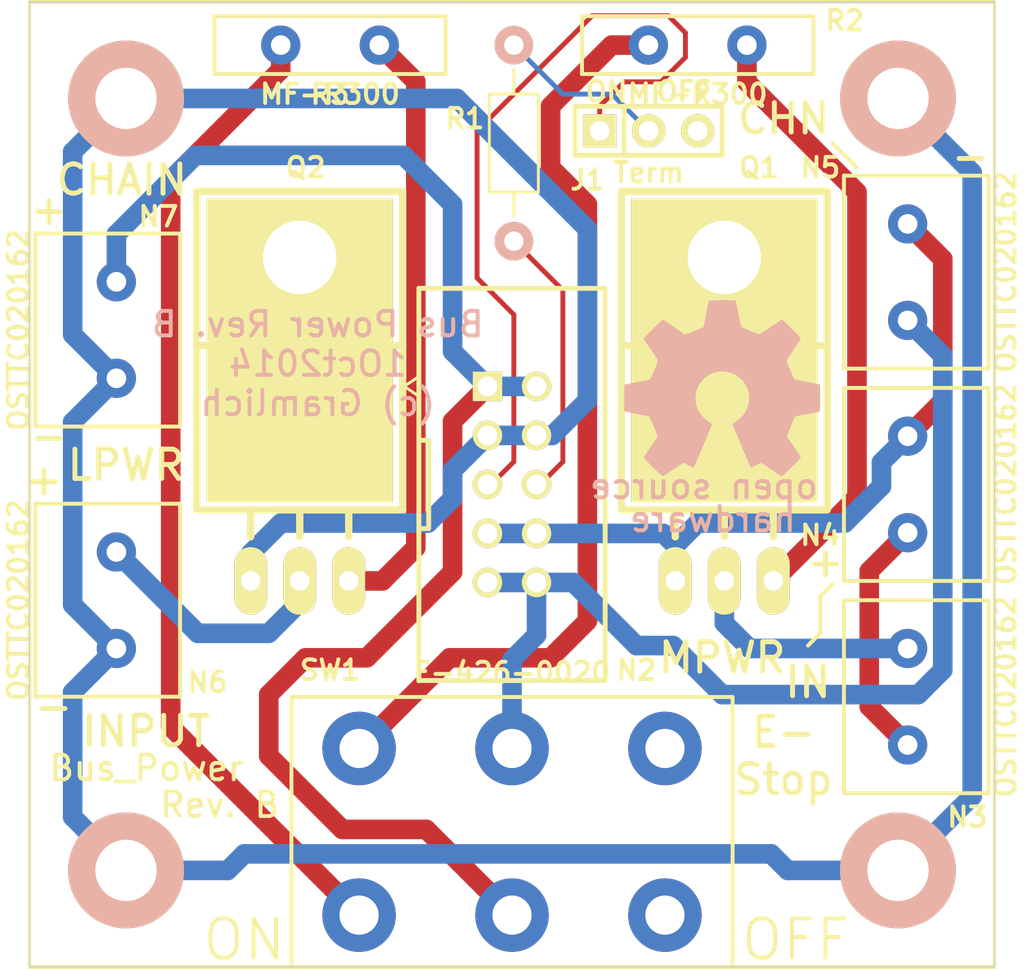
<source format=kicad_pcb>
(kicad_pcb (version 4) (host pcbnew "(2014-jul-16 BZR unknown)-product")

  (general
    (links 28)
    (no_connects 0)
    (area 93.863448 99.695 156.136552 150.3568)
    (thickness 1.6)
    (drawings 34)
    (tracks 120)
    (zones 0)
    (modules 18)
    (nets 18)
  )

  (page A4)
  (layers
    (0 F.Cu signal)
    (31 B.Cu signal)
    (32 B.Adhes user)
    (33 F.Adhes user)
    (34 B.Paste user)
    (35 F.Paste user)
    (36 B.SilkS user)
    (37 F.SilkS user)
    (38 B.Mask user)
    (39 F.Mask user)
    (40 Dwgs.User user)
    (41 Cmts.User user)
    (42 Eco1.User user)
    (43 Eco2.User user)
    (44 Edge.Cuts user)
  )

  (setup
    (last_trace_width 0.254)
    (user_trace_width 0.254)
    (user_trace_width 1.016)
    (trace_clearance 0.254)
    (zone_clearance 0.508)
    (zone_45_only no)
    (trace_min 0.254)
    (segment_width 0.2032)
    (edge_width 0.1)
    (via_size 0.889)
    (via_drill 0.635)
    (via_min_size 0.889)
    (via_min_drill 0.508)
    (uvia_size 0.508)
    (uvia_drill 0.127)
    (uvias_allowed no)
    (uvia_min_size 0.508)
    (uvia_min_drill 0.127)
    (pcb_text_width 0.3)
    (pcb_text_size 1.5 1.5)
    (mod_edge_width 0.15)
    (mod_text_size 1 1)
    (mod_text_width 0.15)
    (pad_size 1.5 1.5)
    (pad_drill 0.6)
    (pad_to_mask_clearance 0)
    (aux_axis_origin 0 0)
    (visible_elements 7FFEFFFF)
    (pcbplotparams
      (layerselection 0x010f0_80000001)
      (usegerberextensions true)
      (excludeedgelayer true)
      (linewidth 0.100000)
      (plotframeref false)
      (viasonmask false)
      (mode 1)
      (useauxorigin false)
      (hpglpennumber 1)
      (hpglpenspeed 20)
      (hpglpendiameter 15)
      (hpglpenoverlay 2)
      (psnegative false)
      (psa4output false)
      (plotreference true)
      (plotvalue false)
      (plotinvisibletext false)
      (padsonsilk false)
      (subtractmaskfromsilk false)
      (outputformat 1)
      (mirror false)
      (drillshape 0)
      (scaleselection 1)
      (outputdirectory ""))
  )

  (net 0 "")
  (net 1 /LPWR1)
  (net 2 /LPWR3)
  (net 3 /LPWR2)
  (net 4 /LPWR4)
  (net 5 /LGND)
  (net 6 "Net-(J1-Pad2)")
  (net 7 "Net-(J1-Pad3)")
  (net 8 "Net-(SW1-Pad6)")
  (net 9 "Net-(SW1-Pad3)")
  (net 10 "Net-(J1-Pad1)")
  (net 11 "Net-(N2-Pad6)")
  (net 12 /MGND)
  (net 13 /MPWR4)
  (net 14 /MPWR1)
  (net 15 /MPWR2)
  (net 16 /MPWR3)
  (net 17 /MPWR0)

  (net_class Default "This is the default net class."
    (clearance 0.254)
    (trace_width 0.254)
    (via_dia 0.889)
    (via_drill 0.635)
    (uvia_dia 0.508)
    (uvia_drill 0.127)
    (add_net "Net-(J1-Pad1)")
    (add_net "Net-(J1-Pad2)")
    (add_net "Net-(J1-Pad3)")
    (add_net "Net-(N2-Pad6)")
    (add_net "Net-(SW1-Pad3)")
    (add_net "Net-(SW1-Pad6)")
  )

  (net_class Power ""
    (clearance 0.254)
    (trace_width 1.016)
    (via_dia 0.889)
    (via_drill 0.635)
    (uvia_dia 0.508)
    (uvia_drill 0.127)
    (add_net /LGND)
    (add_net /LPWR1)
    (add_net /LPWR2)
    (add_net /LPWR3)
    (add_net /LPWR4)
    (add_net /MGND)
    (add_net /MPWR0)
    (add_net /MPWR1)
    (add_net /MPWR2)
    (add_net /MPWR3)
    (add_net /MPWR4)
  )

  (module Bus_Power:OSHW_LOGO_400mil (layer B.Cu) (tedit 0) (tstamp 542CB8D5)
    (at 135.89 120.015)
    (path /53AA4798)
    (fp_text reference G1 (at 0 -5.38734) (layer B.SilkS) hide
      (effects (font (size 0.46228 0.46228) (thickness 0.09144)) (justify mirror))
    )
    (fp_text value OSHW_LOGO (at 0 5.38734) (layer B.SilkS) hide
      (effects (font (size 0.46228 0.46228) (thickness 0.09144)) (justify mirror))
    )
    (fp_poly (pts (xy -3.07848 4.56184) (xy -3.02514 4.53644) (xy -2.90576 4.46024) (xy -2.73812 4.34848)
      (xy -2.53746 4.21386) (xy -2.3368 4.07924) (xy -2.16916 3.96748) (xy -2.05486 3.89382)
      (xy -2.0066 3.86588) (xy -1.9812 3.87604) (xy -1.88468 3.92176) (xy -1.74498 3.99542)
      (xy -1.66624 4.03606) (xy -1.5367 4.09194) (xy -1.47574 4.1021) (xy -1.46304 4.08432)
      (xy -1.41732 3.9878) (xy -1.34366 3.82016) (xy -1.24714 3.60172) (xy -1.13792 3.34264)
      (xy -1.02108 3.06578) (xy -0.9017 2.7813) (xy -0.78994 2.50952) (xy -0.69088 2.26822)
      (xy -0.61214 2.0701) (xy -0.5588 1.93294) (xy -0.53848 1.87198) (xy -0.5461 1.86182)
      (xy -0.6096 1.79832) (xy -0.72136 1.7145) (xy -0.96012 1.52146) (xy -1.19888 1.22428)
      (xy -1.34366 0.88646) (xy -1.38938 0.51308) (xy -1.34874 0.16764) (xy -1.21412 -0.1651)
      (xy -0.98044 -0.46482) (xy -0.6985 -0.68834) (xy -0.37084 -0.82804) (xy 0 -0.87376)
      (xy 0.35306 -0.83312) (xy 0.69342 -0.70104) (xy 0.99314 -0.47244) (xy 1.12014 -0.32512)
      (xy 1.2954 -0.02286) (xy 1.39446 0.30226) (xy 1.40462 0.38608) (xy 1.38938 0.74168)
      (xy 1.28524 1.08458) (xy 1.09474 1.38938) (xy 0.83312 1.64084) (xy 0.80264 1.6637)
      (xy 0.68072 1.75514) (xy 0.59944 1.8161) (xy 0.53594 1.86944) (xy 0.9906 2.96164)
      (xy 1.06172 3.1369) (xy 1.18618 3.43408) (xy 1.29794 3.69316) (xy 1.3843 3.8989)
      (xy 1.44526 4.03352) (xy 1.47066 4.0894) (xy 1.47574 4.09194) (xy 1.51384 4.09956)
      (xy 1.59766 4.06908) (xy 1.75006 3.99542) (xy 1.85166 3.94462) (xy 1.9685 3.88874)
      (xy 2.0193 3.86588) (xy 2.06248 3.89128) (xy 2.17678 3.9624) (xy 2.33934 4.07162)
      (xy 2.53492 4.2037) (xy 2.72034 4.3307) (xy 2.89052 4.445) (xy 3.01752 4.52374)
      (xy 3.07594 4.55676) (xy 3.0861 4.55676) (xy 3.13944 4.52628) (xy 3.2385 4.445)
      (xy 3.38836 4.30276) (xy 3.59918 4.09702) (xy 3.62966 4.064) (xy 3.80238 3.88874)
      (xy 3.94462 3.73888) (xy 4.0386 3.63474) (xy 4.07162 3.58648) (xy 4.07162 3.58648)
      (xy 4.04114 3.52806) (xy 3.9624 3.4036) (xy 3.8481 3.22834) (xy 3.71094 3.02514)
      (xy 3.34772 2.49936) (xy 3.54838 2.00406) (xy 3.60934 1.85166) (xy 3.68554 1.66624)
      (xy 3.74396 1.53416) (xy 3.77444 1.47828) (xy 3.82778 1.45796) (xy 3.9624 1.42494)
      (xy 4.16052 1.3843) (xy 4.3942 1.34112) (xy 4.61772 1.30048) (xy 4.82092 1.26238)
      (xy 4.96824 1.23444) (xy 5.03428 1.2192) (xy 5.04952 1.21158) (xy 5.06222 1.17856)
      (xy 5.06984 1.10998) (xy 5.07492 0.98806) (xy 5.07746 0.79502) (xy 5.07746 0.51308)
      (xy 5.07746 0.4826) (xy 5.07492 0.2159) (xy 5.07238 0.00254) (xy 5.06476 -0.13462)
      (xy 5.0546 -0.1905) (xy 5.0546 -0.1905) (xy 4.9911 -0.20574) (xy 4.84886 -0.23622)
      (xy 4.64566 -0.27686) (xy 4.40436 -0.32258) (xy 4.38912 -0.32512) (xy 4.15036 -0.37084)
      (xy 3.94716 -0.41402) (xy 3.80746 -0.44704) (xy 3.7465 -0.46482) (xy 3.73634 -0.4826)
      (xy 3.68554 -0.57404) (xy 3.61696 -0.7239) (xy 3.53822 -0.90678) (xy 3.45948 -1.09474)
      (xy 3.3909 -1.26492) (xy 3.34518 -1.39192) (xy 3.33248 -1.4478) (xy 3.33248 -1.45034)
      (xy 3.37058 -1.50876) (xy 3.45186 -1.63068) (xy 3.5687 -1.80594) (xy 3.7084 -2.00914)
      (xy 3.7211 -2.02438) (xy 3.85826 -2.22758) (xy 3.97002 -2.4003) (xy 4.04368 -2.52222)
      (xy 4.07162 -2.5781) (xy 4.07162 -2.58064) (xy 4.0259 -2.6416) (xy 3.92176 -2.7559)
      (xy 3.77444 -2.91084) (xy 3.59664 -3.09118) (xy 3.54076 -3.14706) (xy 3.34264 -3.3401)
      (xy 3.20548 -3.46456) (xy 3.11912 -3.53314) (xy 3.07848 -3.54838) (xy 3.07848 -3.54584)
      (xy 3.01752 -3.51028) (xy 2.88798 -3.42646) (xy 2.71526 -3.30708) (xy 2.50952 -3.16738)
      (xy 2.49428 -3.15722) (xy 2.29108 -3.02006) (xy 2.1209 -2.90576) (xy 2.00152 -2.82702)
      (xy 1.94818 -2.794) (xy 1.94056 -2.794) (xy 1.85674 -2.8194) (xy 1.71196 -2.8702)
      (xy 1.53416 -2.93878) (xy 1.3462 -3.01244) (xy 1.17602 -3.0861) (xy 1.04902 -3.14452)
      (xy 0.98806 -3.17754) (xy 0.98552 -3.18262) (xy 0.9652 -3.25374) (xy 0.92964 -3.40614)
      (xy 0.88646 -3.61442) (xy 0.84074 -3.86334) (xy 0.83312 -3.90398) (xy 0.7874 -4.14528)
      (xy 0.74676 -4.34594) (xy 0.71882 -4.4831) (xy 0.70612 -4.54152) (xy 0.67056 -4.54914)
      (xy 0.55118 -4.55676) (xy 0.37084 -4.56184) (xy 0.1524 -4.56438) (xy -0.0762 -4.56184)
      (xy -0.30226 -4.5593) (xy -0.49276 -4.55168) (xy -0.62992 -4.54152) (xy -0.68834 -4.53136)
      (xy -0.68834 -4.52628) (xy -0.7112 -4.45262) (xy -0.74422 -4.30022) (xy -0.7874 -4.0894)
      (xy -0.83312 -3.84048) (xy -0.84328 -3.7973) (xy -0.889 -3.556) (xy -0.92964 -3.35788)
      (xy -0.95758 -3.22072) (xy -0.97282 -3.16738) (xy -0.99568 -3.15468) (xy -1.09474 -3.1115)
      (xy -1.2573 -3.04546) (xy -1.45796 -2.96418) (xy -1.92278 -2.77622) (xy -2.49174 -3.16738)
      (xy -2.54508 -3.20294) (xy -2.75082 -3.34264) (xy -2.91846 -3.4544) (xy -3.0353 -3.5306)
      (xy -3.08356 -3.55854) (xy -3.08864 -3.556) (xy -3.14452 -3.5052) (xy -3.25882 -3.39852)
      (xy -3.41122 -3.24866) (xy -3.59156 -3.07086) (xy -3.72364 -2.93878) (xy -3.88112 -2.77876)
      (xy -3.98018 -2.66954) (xy -4.03606 -2.60096) (xy -4.05384 -2.56032) (xy -4.0513 -2.53238)
      (xy -4.0132 -2.47396) (xy -3.92938 -2.34696) (xy -3.81254 -2.17424) (xy -3.67284 -1.97358)
      (xy -3.55854 -1.80594) (xy -3.43408 -1.6129) (xy -3.35534 -1.47574) (xy -3.3274 -1.4097)
      (xy -3.33502 -1.38176) (xy -3.37312 -1.27) (xy -3.4417 -1.10236) (xy -3.52806 -0.9017)
      (xy -3.72618 -0.44958) (xy -4.02082 -0.3937) (xy -4.20116 -0.35814) (xy -4.45008 -0.30988)
      (xy -4.69138 -0.26416) (xy -5.06476 -0.1905) (xy -5.08 1.18618) (xy -5.02158 1.20904)
      (xy -4.9657 1.22428) (xy -4.826 1.25476) (xy -4.62788 1.2954) (xy -4.3942 1.33858)
      (xy -4.19608 1.37668) (xy -3.99542 1.41478) (xy -3.85064 1.44272) (xy -3.78714 1.45542)
      (xy -3.7719 1.47828) (xy -3.7211 1.5748) (xy -3.64998 1.72974) (xy -3.5687 1.91516)
      (xy -3.48996 2.1082) (xy -3.41884 2.286) (xy -3.37058 2.42062) (xy -3.35026 2.49174)
      (xy -3.3782 2.54508) (xy -3.4544 2.66192) (xy -3.56616 2.82956) (xy -3.70078 3.03022)
      (xy -3.83794 3.22834) (xy -3.95224 3.39852) (xy -4.03352 3.52298) (xy -4.06654 3.57886)
      (xy -4.0513 3.61696) (xy -3.97002 3.71348) (xy -3.82016 3.86842) (xy -3.59664 4.0894)
      (xy -3.55854 4.12496) (xy -3.38074 4.29768) (xy -3.23088 4.43484) (xy -3.12674 4.52882)
      (xy -3.07848 4.56184)) (layer B.SilkS) (width 0.00254))
  )

  (module Bus_Power:MountingHole_3mm (layer F.Cu) (tedit 53A7A920) (tstamp 542CB8D9)
    (at 105 105)
    (descr "Mounting hole, Befestigungsbohrung, 3mm, No Annular, Kein Restring,")
    (tags "Mounting hole, Befestigungsbohrung, 3mm, No Annular, Kein Restring,")
    (path /53AA33AA)
    (fp_text reference H1 (at 0 0) (layer F.SilkS)
      (effects (font (size 1.016 1.016) (thickness 0.2032)))
    )
    (fp_text value 3MM_HOLE (at 0 4.29) (layer F.SilkS) hide
      (effects (font (size 1.016 1.016) (thickness 0.2032)))
    )
    (fp_circle (center 0 0) (end 3 0) (layer Cmts.User) (width 0.381))
    (pad 1 thru_hole circle (at 0 0) (size 6 6) (drill 3.175) (layers *.Cu *.SilkS)
      (net 5 /LGND))
  )

  (module Bus_Power:MountingHole_3mm (layer F.Cu) (tedit 53A7A920) (tstamp 542CB8DE)
    (at 145 105)
    (descr "Mounting hole, Befestigungsbohrung, 3mm, No Annular, Kein Restring,")
    (tags "Mounting hole, Befestigungsbohrung, 3mm, No Annular, Kein Restring,")
    (path /53E91440)
    (fp_text reference H2 (at 0 0) (layer F.SilkS)
      (effects (font (size 1.016 1.016) (thickness 0.2032)))
    )
    (fp_text value 3MM_HOLE (at 0 4.29) (layer F.SilkS) hide
      (effects (font (size 1.016 1.016) (thickness 0.2032)))
    )
    (fp_circle (center 0 0) (end 3 0) (layer Cmts.User) (width 0.381))
    (pad 1 thru_hole circle (at 0 0) (size 6 6) (drill 3.175) (layers *.Cu *.SilkS)
      (net 5 /LGND))
  )

  (module Bus_Power:MountingHole_3mm (layer F.Cu) (tedit 53A7A920) (tstamp 542CB8E3)
    (at 105 145)
    (descr "Mounting hole, Befestigungsbohrung, 3mm, No Annular, Kein Restring,")
    (tags "Mounting hole, Befestigungsbohrung, 3mm, No Annular, Kein Restring,")
    (path /53E914C5)
    (fp_text reference H3 (at 0 0) (layer F.SilkS)
      (effects (font (size 1.016 1.016) (thickness 0.2032)))
    )
    (fp_text value 3MM_HOLE (at 0 4.29) (layer F.SilkS) hide
      (effects (font (size 1.016 1.016) (thickness 0.2032)))
    )
    (fp_circle (center 0 0) (end 3 0) (layer Cmts.User) (width 0.381))
    (pad 1 thru_hole circle (at 0 0) (size 6 6) (drill 3.175) (layers *.Cu *.SilkS)
      (net 5 /LGND))
  )

  (module Bus_Power:MountingHole_3mm (layer F.Cu) (tedit 53A7A920) (tstamp 542CB8E8)
    (at 145 145)
    (descr "Mounting hole, Befestigungsbohrung, 3mm, No Annular, Kein Restring,")
    (tags "Mounting hole, Befestigungsbohrung, 3mm, No Annular, Kein Restring,")
    (path /53E91517)
    (fp_text reference H4 (at 0 0) (layer F.SilkS)
      (effects (font (size 1.016 1.016) (thickness 0.2032)))
    )
    (fp_text value 3MM_HOLE (at 0 4.29) (layer F.SilkS) hide
      (effects (font (size 1.016 1.016) (thickness 0.2032)))
    )
    (fp_circle (center 0 0) (end 3 0) (layer Cmts.User) (width 0.381))
    (pad 1 thru_hole circle (at 0 0) (size 6 6) (drill 3.175) (layers *.Cu *.SilkS)
      (net 5 /LGND))
  )

  (module Bus_Power:Pin_Header_Straight_1x03 (layer F.Cu) (tedit 542CC3FA) (tstamp 542CB8ED)
    (at 132.08 106.68)
    (descr "1 pin")
    (tags "CONN DEV")
    (path /53E8D609)
    (fp_text reference J1 (at -3.175 2.54) (layer F.SilkS)
      (effects (font (size 1.016 1.016) (thickness 0.2032)))
    )
    (fp_text value TERMINATE_JUMPER (at -0.01 2.45) (layer F.SilkS) hide
      (effects (font (size 1.016 1.016) (thickness 0.2032)))
    )
    (fp_line (start -1.27 1.27) (end 3.81 1.27) (layer F.SilkS) (width 0.254))
    (fp_line (start 3.81 1.27) (end 3.81 -1.27) (layer F.SilkS) (width 0.254))
    (fp_line (start 3.81 -1.27) (end -1.27 -1.27) (layer F.SilkS) (width 0.254))
    (fp_line (start -3.81 -1.27) (end -1.27 -1.27) (layer F.SilkS) (width 0.254))
    (fp_line (start -1.27 -1.27) (end -1.27 1.27) (layer F.SilkS) (width 0.254))
    (fp_line (start -3.81 -1.27) (end -3.81 1.27) (layer F.SilkS) (width 0.254))
    (fp_line (start -3.81 1.27) (end -1.27 1.27) (layer F.SilkS) (width 0.254))
    (pad 1 thru_hole rect (at -2.54 0) (size 1.7272 1.7272) (drill 1.016) (layers *.Cu *.Mask F.SilkS)
      (net 10 "Net-(J1-Pad1)"))
    (pad 2 thru_hole circle (at 0 0) (size 1.7272 1.7272) (drill 1.016) (layers *.Cu *.Mask F.SilkS)
      (net 6 "Net-(J1-Pad2)"))
    (pad 3 thru_hole circle (at 2.54 0) (size 1.7272 1.7272) (drill 1.016) (layers *.Cu *.Mask F.SilkS)
      (net 7 "Net-(J1-Pad3)"))
    (model Pin_Headers/Pin_Header_Straight_1x03.wrl
      (at (xyz 0 0 0))
      (scale (xyz 1 1 1))
      (rotate (xyz 0 0 0))
    )
  )

  (module Bus_Power:Pin_Header_Straight_2x05_Shrouded (layer F.Cu) (tedit 542CC315) (tstamp 542CB8FA)
    (at 125 125 270)
    (descr "Male 2x5 Header 2.54mm pitch")
    (tags CONN)
    (path /53E91E68)
    (fp_text reference N2 (at 9.62 -6.445 540) (layer F.SilkS)
      (effects (font (size 1.016 1.016) (thickness 0.2032)))
    )
    (fp_text value BUS_MASTER_HEADER (at 0 6.5 270) (layer F.SilkS) hide
      (effects (font (size 1.016 1.016) (thickness 0.2032)))
    )
    (fp_line (start -5.08 5.588) (end -5.588 4.826) (layer F.SilkS) (width 0.15))
    (fp_line (start -5.08 5.588) (end -4.572 4.826) (layer F.SilkS) (width 0.15))
    (fp_line (start 2.286 4.826) (end 2.286 4.318) (layer F.SilkS) (width 0.254))
    (fp_line (start 2.286 4.318) (end -2.286 4.318) (layer F.SilkS) (width 0.254))
    (fp_line (start -2.286 4.318) (end -2.286 4.826) (layer F.SilkS) (width 0.254))
    (fp_line (start -10.16 -4.826) (end 10.16 -4.826) (layer F.SilkS) (width 0.254))
    (fp_line (start 10.16 -4.826) (end 10.16 4.826) (layer F.SilkS) (width 0.254))
    (fp_line (start 10.16 4.826) (end -10.16 4.826) (layer F.SilkS) (width 0.254))
    (fp_line (start -10.16 4.826) (end -10.16 -4.826) (layer F.SilkS) (width 0.254))
    (pad 1 thru_hole rect (at -5.08 1.27 270) (size 1.524 1.524) (drill 1.016) (layers *.Cu *.Mask F.SilkS)
      (net 4 /LPWR4))
    (pad 2 thru_hole circle (at -5.08 -1.27 270) (size 1.524 1.524) (drill 1.016) (layers *.Cu *.Mask F.SilkS)
      (net 4 /LPWR4))
    (pad 3 thru_hole circle (at -2.54 1.27 270) (size 1.524 1.524) (drill 1.016) (layers *.Cu *.Mask F.SilkS)
      (net 5 /LGND))
    (pad 4 thru_hole circle (at -2.54 -1.27 270) (size 1.524 1.524) (drill 1.016) (layers *.Cu *.Mask F.SilkS)
      (net 5 /LGND))
    (pad 5 thru_hole circle (at 0 1.27 270) (size 1.524 1.524) (drill 1.016) (layers *.Cu *.Mask F.SilkS)
      (net 10 "Net-(J1-Pad1)"))
    (pad 6 thru_hole circle (at 0 -1.27 270) (size 1.524 1.524) (drill 1.016) (layers *.Cu *.Mask F.SilkS)
      (net 11 "Net-(N2-Pad6)"))
    (pad 7 thru_hole circle (at 2.54 1.27 270) (size 1.524 1.524) (drill 1.016) (layers *.Cu *.Mask F.SilkS)
      (net 12 /MGND))
    (pad 8 thru_hole circle (at 2.54 -1.27 270) (size 1.524 1.524) (drill 1.016) (layers *.Cu *.Mask F.SilkS)
      (net 12 /MGND))
    (pad 9 thru_hole circle (at 5.08 1.27 270) (size 1.524 1.524) (drill 1.016) (layers *.Cu *.Mask F.SilkS)
      (net 13 /MPWR4))
    (pad 10 thru_hole circle (at 5.08 -1.27 270) (size 1.524 1.524) (drill 1.016) (layers *.Cu *.Mask F.SilkS)
      (net 13 /MPWR4))
    (model pin_array/pins_array_5x2.wrl
      (at (xyz 0 0 0))
      (scale (xyz 1 1 1))
      (rotate (xyz 0 0 0))
    )
  )

  (module Bus_Power:5MM_TERMINAL_BLOCK_2_POS (layer F.Cu) (tedit 542CC242) (tstamp 542CB910)
    (at 145.5 136 270)
    (path /53B7CA66)
    (fp_text reference N3 (at 6.24 -3.09 360) (layer F.SilkS)
      (effects (font (size 1.016 1.016) (thickness 0.2032)))
    )
    (fp_text value OSTTC020162 (at 0 -5.08 270) (layer F.SilkS)
      (effects (font (size 1.016 1.016) (thickness 0.2032)))
    )
    (fp_line (start -5 -4.2) (end -5 3.3) (layer F.SilkS) (width 0.2032))
    (fp_line (start -5 3.3) (end 5 3.3) (layer F.SilkS) (width 0.2032))
    (fp_line (start 5 3.3) (end 5 -4.2) (layer F.SilkS) (width 0.2032))
    (fp_line (start 5 -4.2) (end -5 -4.2) (layer F.SilkS) (width 0.2032))
    (pad 1 thru_hole circle (at -2.5 0 270) (size 2.032 2.032) (drill 1.016) (layers *.Cu *.Mask)
      (net 14 /MPWR1))
    (pad 2 thru_hole circle (at 2.5 0 270) (size 2.032 2.032) (drill 1.016) (layers *.Cu *.Mask)
      (net 17 /MPWR0))
  )

  (module Bus_Power:5MM_TERMINAL_BLOCK_2_POS (layer F.Cu) (tedit 542CC24C) (tstamp 542CB919)
    (at 145.5 125 270)
    (path /53B61F22)
    (fp_text reference N4 (at 2.635 4.53 360) (layer F.SilkS)
      (effects (font (size 1.016 1.016) (thickness 0.2032)))
    )
    (fp_text value OSTTC020162 (at 0 -5.08 270) (layer F.SilkS)
      (effects (font (size 1.016 1.016) (thickness 0.2032)))
    )
    (fp_line (start -5 -4.2) (end -5 3.3) (layer F.SilkS) (width 0.2032))
    (fp_line (start -5 3.3) (end 5 3.3) (layer F.SilkS) (width 0.2032))
    (fp_line (start 5 3.3) (end 5 -4.2) (layer F.SilkS) (width 0.2032))
    (fp_line (start 5 -4.2) (end -5 -4.2) (layer F.SilkS) (width 0.2032))
    (pad 1 thru_hole circle (at -2.5 0 270) (size 2.032 2.032) (drill 1.016) (layers *.Cu *.Mask)
      (net 12 /MGND))
    (pad 2 thru_hole circle (at 2.5 0 270) (size 2.032 2.032) (drill 1.016) (layers *.Cu *.Mask)
      (net 17 /MPWR0))
  )

  (module Bus_Power:5MM_TERMINAL_BLOCK_2_POS (layer F.Cu) (tedit 542CC25B) (tstamp 542CB922)
    (at 145.5 114 270)
    (path /53B63175)
    (fp_text reference N5 (at -5.415 4.53 360) (layer F.SilkS)
      (effects (font (size 1.016 1.016) (thickness 0.2032)))
    )
    (fp_text value OSTTC020162 (at 0 -5.08 270) (layer F.SilkS)
      (effects (font (size 1.016 1.016) (thickness 0.2032)))
    )
    (fp_line (start -5 -4.2) (end -5 3.3) (layer F.SilkS) (width 0.2032))
    (fp_line (start -5 3.3) (end 5 3.3) (layer F.SilkS) (width 0.2032))
    (fp_line (start 5 3.3) (end 5 -4.2) (layer F.SilkS) (width 0.2032))
    (fp_line (start 5 -4.2) (end -5 -4.2) (layer F.SilkS) (width 0.2032))
    (pad 1 thru_hole circle (at -2.5 0 270) (size 2.032 2.032) (drill 1.016) (layers *.Cu *.Mask)
      (net 12 /MGND))
    (pad 2 thru_hole circle (at 2.5 0 270) (size 2.032 2.032) (drill 1.016) (layers *.Cu *.Mask)
      (net 13 /MPWR4))
  )

  (module Bus_Power:5MM_TERMINAL_BLOCK_2_POS (layer F.Cu) (tedit 542CC167) (tstamp 542CB92B)
    (at 104.5 131 90)
    (path /53B64AE0)
    (fp_text reference N6 (at -4.255 4.72 180) (layer F.SilkS)
      (effects (font (size 1.016 1.016) (thickness 0.2032)))
    )
    (fp_text value OSTTC020162 (at 0 -5.08 90) (layer F.SilkS)
      (effects (font (size 1.016 1.016) (thickness 0.2032)))
    )
    (fp_line (start -5 -4.2) (end -5 3.3) (layer F.SilkS) (width 0.2032))
    (fp_line (start -5 3.3) (end 5 3.3) (layer F.SilkS) (width 0.2032))
    (fp_line (start 5 3.3) (end 5 -4.2) (layer F.SilkS) (width 0.2032))
    (fp_line (start 5 -4.2) (end -5 -4.2) (layer F.SilkS) (width 0.2032))
    (pad 1 thru_hole circle (at -2.5 0 90) (size 2.032 2.032) (drill 1.016) (layers *.Cu *.Mask)
      (net 5 /LGND))
    (pad 2 thru_hole circle (at 2.5 0 90) (size 2.032 2.032) (drill 1.016) (layers *.Cu *.Mask)
      (net 1 /LPWR1))
  )

  (module Bus_Power:5MM_TERMINAL_BLOCK_2_POS (layer F.Cu) (tedit 542CC122) (tstamp 542CB934)
    (at 104.5 117 90)
    (path /53B64AE6)
    (fp_text reference N7 (at 5.875 2.18 180) (layer F.SilkS)
      (effects (font (size 1.016 1.016) (thickness 0.2032)))
    )
    (fp_text value OSTTC020162 (at 0 -5.08 90) (layer F.SilkS)
      (effects (font (size 1.016 1.016) (thickness 0.2032)))
    )
    (fp_line (start -5 -4.2) (end -5 3.3) (layer F.SilkS) (width 0.2032))
    (fp_line (start -5 3.3) (end 5 3.3) (layer F.SilkS) (width 0.2032))
    (fp_line (start 5 3.3) (end 5 -4.2) (layer F.SilkS) (width 0.2032))
    (fp_line (start 5 -4.2) (end -5 -4.2) (layer F.SilkS) (width 0.2032))
    (pad 1 thru_hole circle (at -2.5 0 90) (size 2.032 2.032) (drill 1.016) (layers *.Cu *.Mask)
      (net 5 /LGND))
    (pad 2 thru_hole circle (at 2.5 0 90) (size 2.032 2.032) (drill 1.016) (layers *.Cu *.Mask)
      (net 4 /LPWR4))
  )

  (module Bus_Power:TO-220_FET-GDS_Horizontal_LargePads (layer F.Cu) (tedit 542CC3DE) (tstamp 542CB93D)
    (at 136 130)
    (descr "TO-220, FET-GDS, Horizontal, Large Pads,")
    (tags "TO-220, FET-GDS, Horizontal, Large Pads,")
    (path /53B62FC0)
    (fp_text reference Q1 (at 1.795 -21.415) (layer F.SilkS)
      (effects (font (size 1.016 1.016) (thickness 0.2032)))
    )
    (fp_text value FQP47P06 (at 0 3.175) (layer F.SilkS) hide
      (effects (font (size 1.016 1.016) (thickness 0.2032)))
    )
    (fp_text user G (at -2.54 -5.08) (layer F.SilkS)
      (effects (font (size 1.00076 1.00076) (thickness 0.25146)))
    )
    (fp_text user S (at 2.54 -5.08) (layer F.SilkS)
      (effects (font (size 1.00076 1.00076) (thickness 0.25146)))
    )
    (fp_text user D (at 0 -5.08) (layer F.SilkS)
      (effects (font (size 1.00076 1.00076) (thickness 0.25146)))
    )
    (fp_line (start -2.54 -3.683) (end -2.54 -2.286) (layer F.SilkS) (width 0.381))
    (fp_line (start 0 -3.683) (end 0 -2.286) (layer F.SilkS) (width 0.381))
    (fp_line (start 2.54 -3.683) (end 2.54 -2.286) (layer F.SilkS) (width 0.381))
    (fp_circle (center 0 -16.764) (end 1.778 -14.986) (layer F.SilkS) (width 0.381))
    (fp_line (start 5.334 -12.192) (end 5.334 -20.193) (layer F.SilkS) (width 0.381))
    (fp_line (start 5.334 -20.193) (end -5.334 -20.193) (layer F.SilkS) (width 0.381))
    (fp_line (start -5.334 -20.193) (end -5.334 -12.192) (layer F.SilkS) (width 0.381))
    (fp_line (start 5.334 -3.683) (end 5.334 -12.192) (layer F.SilkS) (width 0.381))
    (fp_line (start 5.334 -12.192) (end -5.334 -12.192) (layer F.SilkS) (width 0.381))
    (fp_line (start -5.334 -12.192) (end -5.334 -3.683) (layer F.SilkS) (width 0.381))
    (fp_line (start 0 -3.683) (end -5.334 -3.683) (layer F.SilkS) (width 0.381))
    (fp_line (start 0 -3.683) (end 5.334 -3.683) (layer F.SilkS) (width 0.381))
    (pad D thru_hole oval (at 0 0 90) (size 3.50012 1.69926) (drill 1.00076) (layers *.Cu *.Mask F.SilkS)
      (net 14 /MPWR1))
    (pad G thru_hole oval (at -2.54 0 90) (size 3.50012 1.69926) (drill 1.00076) (layers *.Cu *.Mask F.SilkS)
      (net 12 /MGND))
    (pad S thru_hole oval (at 2.54 0 90) (size 3.50012 1.69926) (drill 1.00076) (layers *.Cu *.Mask F.SilkS)
      (net 15 /MPWR2))
    (pad 2 thru_hole rect (at 0 -16.764 90) (size 15.748 9.652) (drill 3.79984 (offset -4.826 0)) (layers *.Cu F.SilkS F.Mask))
    (model Transistor_TO-220_Wings3d_RevB_03Sep2012/TO220-vert_RevB_Faktor03937_03Sep2012.wrl
      (at (xyz 0 0 0))
      (scale (xyz 0.3937 0.3937 0.3937))
      (rotate (xyz 0 0 0))
    )
  )

  (module Bus_Power:TO-220_FET-GDS_Horizontal_LargePads (layer F.Cu) (tedit 542CC494) (tstamp 542CBB0A)
    (at 114 130)
    (descr "TO-220, FET-GDS, Horizontal, Large Pads,")
    (tags "TO-220, FET-GDS, Horizontal, Large Pads,")
    (path /53B6538A)
    (fp_text reference Q2 (at 0.3 -21.415) (layer F.SilkS)
      (effects (font (size 1.016 1.016) (thickness 0.2032)))
    )
    (fp_text value FQP47P06 (at 0 3.175) (layer F.SilkS) hide
      (effects (font (size 1.016 1.016) (thickness 0.2032)))
    )
    (fp_text user G (at -2.54 -5.08) (layer F.SilkS)
      (effects (font (size 1.00076 1.00076) (thickness 0.25146)))
    )
    (fp_text user S (at 2.54 -5.08) (layer F.SilkS)
      (effects (font (size 1.00076 1.00076) (thickness 0.25146)))
    )
    (fp_text user D (at 0 -5.08) (layer F.SilkS)
      (effects (font (size 1.00076 1.00076) (thickness 0.25146)))
    )
    (fp_line (start -2.54 -3.683) (end -2.54 -2.286) (layer F.SilkS) (width 0.381))
    (fp_line (start 0 -3.683) (end 0 -2.286) (layer F.SilkS) (width 0.381))
    (fp_line (start 2.54 -3.683) (end 2.54 -2.286) (layer F.SilkS) (width 0.381))
    (fp_circle (center 0 -16.764) (end 1.778 -14.986) (layer F.SilkS) (width 0.381))
    (fp_line (start 5.334 -12.192) (end 5.334 -20.193) (layer F.SilkS) (width 0.381))
    (fp_line (start 5.334 -20.193) (end -5.334 -20.193) (layer F.SilkS) (width 0.381))
    (fp_line (start -5.334 -20.193) (end -5.334 -12.192) (layer F.SilkS) (width 0.381))
    (fp_line (start 5.334 -3.683) (end 5.334 -12.192) (layer F.SilkS) (width 0.381))
    (fp_line (start 5.334 -12.192) (end -5.334 -12.192) (layer F.SilkS) (width 0.381))
    (fp_line (start -5.334 -12.192) (end -5.334 -3.683) (layer F.SilkS) (width 0.381))
    (fp_line (start 0 -3.683) (end -5.334 -3.683) (layer F.SilkS) (width 0.381))
    (fp_line (start 0 -3.683) (end 5.334 -3.683) (layer F.SilkS) (width 0.381))
    (pad D thru_hole oval (at 0 0 90) (size 3.50012 1.69926) (drill 1.00076) (layers *.Cu *.Mask F.SilkS)
      (net 1 /LPWR1))
    (pad G thru_hole oval (at -2.54 0 90) (size 3.50012 1.69926) (drill 1.00076) (layers *.Cu *.Mask F.SilkS)
      (net 5 /LGND))
    (pad S thru_hole oval (at 2.54 0 90) (size 3.50012 1.69926) (drill 1.00076) (layers *.Cu *.Mask F.SilkS)
      (net 3 /LPWR2))
    (pad 2 thru_hole rect (at 0 -16.764 90) (size 15.748 9.652) (drill 3.79984 (offset -4.826 0)) (layers *.Cu F.SilkS F.Mask))
    (model Transistor_TO-220_Wings3d_RevB_03Sep2012/TO220-vert_RevB_Faktor03937_03Sep2012.wrl
      (at (xyz 0 0 0))
      (scale (xyz 0.3937 0.3937 0.3937))
      (rotate (xyz 0 0 0))
    )
  )

  (module Bus_Power:Resistor_Horizontal_400 (layer F.Cu) (tedit 542CC489) (tstamp 542CB969)
    (at 125.095 107.315 270)
    (descr "Resistor, Axial,  RM 10mm, 1/3W,")
    (tags "Resistor, Axial, RM 10mm, 1/3W,")
    (path /53E8E9A7)
    (fp_text reference R1 (at -1.27 2.54 360) (layer F.SilkS)
      (effects (font (size 1.016 1.016) (thickness 0.2032)))
    )
    (fp_text value "120 1%" (at -0.02 2.47 270) (layer F.SilkS) hide
      (effects (font (size 1.016 1.016) (thickness 0.2032)))
    )
    (fp_line (start 2.54 0) (end 3.81 0) (layer F.SilkS) (width 0.15))
    (fp_line (start -2.54 0) (end -3.81 0) (layer F.SilkS) (width 0.15))
    (fp_line (start -2.54 -1.27) (end -2.54 1.27) (layer F.SilkS) (width 0.15))
    (fp_line (start -2.54 1.27) (end 2.54 1.27) (layer F.SilkS) (width 0.15))
    (fp_line (start 2.54 1.27) (end 2.54 -1.27) (layer F.SilkS) (width 0.15))
    (fp_line (start 2.54 -1.27) (end -2.54 -1.27) (layer F.SilkS) (width 0.15))
    (pad 1 thru_hole circle (at -5.08 0 270) (size 1.99898 1.99898) (drill 1.00076) (layers *.Cu *.SilkS *.Mask)
      (net 6 "Net-(J1-Pad2)"))
    (pad 2 thru_hole circle (at 5.08 0 270) (size 1.99898 1.99898) (drill 1.00076) (layers *.Cu *.SilkS *.Mask)
      (net 11 "Net-(N2-Pad6)"))
  )

  (module Bus_Power:MF_R300 (layer F.Cu) (tedit 542CC3F1) (tstamp 542CB974)
    (at 134.62 102.235 180)
    (path /53B63849)
    (fp_text reference R2 (at -7.62 1.27 180) (layer F.SilkS)
      (effects (font (size 1.016 1.016) (thickness 0.2032)))
    )
    (fp_text value MF-R300 (at 0 -2.54 180) (layer F.SilkS)
      (effects (font (size 1.016 1.016) (thickness 0.2032)))
    )
    (fp_line (start -5.9944 1.4986) (end 5.9944 1.4986) (layer F.SilkS) (width 0.2032))
    (fp_line (start 5.9944 1.4986) (end 5.9944 -1.4986) (layer F.SilkS) (width 0.2032))
    (fp_line (start 5.9944 -1.4986) (end -5.9944 -1.4986) (layer F.SilkS) (width 0.2032))
    (fp_line (start -5.9944 -1.4986) (end -5.9944 1.4986) (layer F.SilkS) (width 0.2032))
    (pad 1 thru_hole circle (at -2.5527 0 180) (size 2.032 2.032) (drill 1.016) (layers *.Cu *.Mask)
      (net 15 /MPWR2))
    (pad 2 thru_hole circle (at 2.5527 0 180) (size 2.032 2.032) (drill 1.016) (layers *.Cu *.Mask)
      (net 16 /MPWR3))
  )

  (module Bus_Power:MF_R300 (layer F.Cu) (tedit 542CC3EA) (tstamp 542CB97D)
    (at 115.57 102.235 180)
    (path /53B7AD27)
    (fp_text reference R3 (at 0 -2.54 180) (layer F.SilkS)
      (effects (font (size 1.016 1.016) (thickness 0.2032)))
    )
    (fp_text value MF-R300 (at 0 -2.54 180) (layer F.SilkS)
      (effects (font (size 1.016 1.016) (thickness 0.2032)))
    )
    (fp_line (start -5.9944 1.4986) (end 5.9944 1.4986) (layer F.SilkS) (width 0.2032))
    (fp_line (start 5.9944 1.4986) (end 5.9944 -1.4986) (layer F.SilkS) (width 0.2032))
    (fp_line (start 5.9944 -1.4986) (end -5.9944 -1.4986) (layer F.SilkS) (width 0.2032))
    (fp_line (start -5.9944 -1.4986) (end -5.9944 1.4986) (layer F.SilkS) (width 0.2032))
    (pad 1 thru_hole circle (at -2.5527 0 180) (size 2.032 2.032) (drill 1.016) (layers *.Cu *.Mask)
      (net 3 /LPWR2))
    (pad 2 thru_hole circle (at 2.5527 0 180) (size 2.032 2.032) (drill 1.016) (layers *.Cu *.Mask)
      (net 2 /LPWR3))
  )

  (module Bus_Power:GF_426_0020 (layer F.Cu) (tedit 542CC174) (tstamp 542CB986)
    (at 125 143)
    (path /53B6452D)
    (fp_text reference SW1 (at -9.43 -8.38) (layer F.SilkS)
      (effects (font (size 1.016 1.016) (thickness 0.2032)))
    )
    (fp_text value F-426-0020 (at 0 -8.255) (layer F.SilkS)
      (effects (font (size 1.016 1.016) (thickness 0.2032)))
    )
    (fp_line (start -11.43 -6.985) (end -11.43 6.985) (layer F.SilkS) (width 0.2032))
    (fp_line (start -11.43 6.985) (end 11.43 6.985) (layer F.SilkS) (width 0.2032))
    (fp_line (start 11.43 6.985) (end 11.43 -6.985) (layer F.SilkS) (width 0.2032))
    (fp_line (start 11.43 -6.985) (end -11.43 -6.985) (layer F.SilkS) (width 0.2032))
    (pad 5 thru_hole circle (at 0 4.318) (size 3.81 3.81) (drill 2.032) (layers *.Cu *.Mask)
      (net 4 /LPWR4))
    (pad 2 thru_hole circle (at 0 -4.318) (size 3.81 3.81) (drill 2.032) (layers *.Cu *.Mask)
      (net 13 /MPWR4))
    (pad 6 thru_hole circle (at 7.9248 4.318) (size 3.81 3.81) (drill 2.032) (layers *.Cu *.Mask)
      (net 8 "Net-(SW1-Pad6)"))
    (pad 1 thru_hole circle (at -7.9248 -4.318) (size 3.81 3.81) (drill 2.032) (layers *.Cu *.Mask)
      (net 16 /MPWR3))
    (pad 3 thru_hole circle (at 7.9248 -4.318) (size 3.81 3.81) (drill 2.032) (layers *.Cu *.Mask)
      (net 9 "Net-(SW1-Pad3)"))
    (pad 4 thru_hole circle (at -7.9248 4.318) (size 3.81 3.81) (drill 2.032) (layers *.Cu *.Mask)
      (net 2 /LPWR3))
  )

  (gr_line (start 141.605 107.315) (end 142.875 108.585) (angle 90) (layer F.SilkS) (width 0.2032))
  (gr_line (start 140.97 132.715) (end 140.335 133.35) (angle 90) (layer F.SilkS) (width 0.2032))
  (gr_line (start 140.97 130.81) (end 140.97 132.715) (angle 90) (layer F.SilkS) (width 0.2032))
  (gr_line (start 141.605 130.175) (end 140.97 130.81) (angle 90) (layer F.SilkS) (width 0.2032))
  (gr_text CHN (at 139.065 106.045) (layer F.SilkS)
    (effects (font (thickness 0.254)))
  )
  (gr_text IN (at 140.335 135.255) (layer F.SilkS)
    (effects (font (thickness 0.254)))
  )
  (gr_text CHAIN (at 104.775 109.22) (layer F.SilkS)
    (effects (font (thickness 0.254)))
  )
  (gr_text INPUT (at 106.045 137.795) (layer F.SilkS)
    (effects (font (thickness 0.254)))
  )
  (gr_line (start 100 150) (end 100 100) (angle 90) (layer F.SilkS) (width 0.2032))
  (gr_line (start 150 150) (end 100 150) (angle 90) (layer F.SilkS) (width 0.2032))
  (gr_line (start 150 100) (end 150 150) (angle 90) (layer F.SilkS) (width 0.2032))
  (gr_line (start 100 100) (end 150 100) (angle 90) (layer F.SilkS) (width 0.2032))
  (gr_text Term (at 132.08 108.839) (layer F.SilkS)
    (effects (font (size 1.016 1.016) (thickness 0.2032)))
  )
  (gr_text "ON  OFF" (at 132.08 104.648) (layer F.SilkS)
    (effects (font (size 1.016 1.016) (thickness 0.2032)))
  )
  (gr_line (start 150 100) (end 150 150) (angle 90) (layer Edge.Cuts) (width 0.1))
  (gr_line (start 100 150) (end 150 150) (angle 90) (layer Edge.Cuts) (width 0.1))
  (gr_line (start 100 100) (end 100 150) (angle 90) (layer Edge.Cuts) (width 0.1))
  (gr_text "Bus Power Rev. B\n1Oct2014\n(c) Gramlich" (at 114.935 118.745) (layer B.SilkS)
    (effects (font (size 1.27 1.27) (thickness 0.2032)) (justify mirror))
  )
  (gr_line (start 100 100) (end 150 100) (angle 90) (layer Edge.Cuts) (width 0.1))
  (gr_text MPWR (at 135.89 133.985) (layer F.SilkS)
    (effects (font (thickness 0.254)))
  )
  (gr_text LPWR (at 105 124) (layer F.SilkS)
    (effects (font (thickness 0.254)))
  )
  (gr_text "E-\nStop" (at 139.065 139.065) (layer F.SilkS)
    (effects (font (thickness 0.254)))
  )
  (gr_text - (at 148.75 108) (layer F.SilkS)
    (effects (font (thickness 0.254)) (justify mirror))
  )
  (gr_text + (at 141.25 129) (layer F.SilkS)
    (effects (font (thickness 0.254)) (justify mirror))
  )
  (gr_text - (at 101.25 136.5) (layer F.SilkS)
    (effects (font (thickness 0.254)) (justify mirror))
  )
  (gr_text + (at 100.75 124.75) (layer F.SilkS)
    (effects (font (thickness 0.254)) (justify mirror))
  )
  (gr_text + (at 101 110.75) (layer F.SilkS)
    (effects (font (thickness 0.254)) (justify mirror))
  )
  (gr_text - (at 101 122.5) (layer F.SilkS)
    (effects (font (thickness 0.254)) (justify mirror))
  )
  (gr_text "Rev. B" (at 109.855 141.605) (layer F.SilkS)
    (effects (font (size 1.27 1.27) (thickness 0.2032)))
  )
  (gr_text OFF (at 139.7 148.59) (layer F.SilkS)
    (effects (font (size 2.032 2.032) (thickness 0.2032)))
  )
  (gr_text ON (at 111.125 148.59) (layer F.SilkS)
    (effects (font (size 2.032 2.032) (thickness 0.2032)))
  )
  (gr_text hardware (at 139.827 126.80188) (layer B.SilkS)
    (effects (font (size 1.27 1.27) (thickness 0.2032)) (justify left mirror))
  )
  (gr_text "open source" (at 140.97 125.095) (layer B.SilkS)
    (effects (font (size 1.27 1.27) (thickness 0.2032)) (justify left mirror))
  )
  (gr_text Bus_Power (at 106.045 139.7) (layer F.SilkS)
    (effects (font (size 1.27 1.27) (thickness 0.2032)))
  )

  (segment (start 112.395 132.715) (end 108.715 132.715) (width 1.016) (layer B.Cu) (net 1) (tstamp 542CBF14))
  (segment (start 108.715 132.715) (end 104.5 128.5) (width 1.016) (layer B.Cu) (net 1) (tstamp 542CBF1B))
  (segment (start 114 131.11) (end 112.395 132.715) (width 1.016) (layer B.Cu) (net 1) (tstamp 542CBF11))
  (segment (start 114 130) (end 114 131.11) (width 1.016) (layer B.Cu) (net 1))
  (segment (start 107.315 137.5578) (end 107.315 109.22) (width 1.016) (layer F.Cu) (net 2) (tstamp 542CBE8C))
  (segment (start 107.315 109.22) (end 113.0173 103.5177) (width 1.016) (layer F.Cu) (net 2) (tstamp 542CBE94))
  (segment (start 113.0173 103.5177) (end 113.0173 102.235) (width 1.016) (layer F.Cu) (net 2) (tstamp 542CBE9B))
  (segment (start 117.0752 147.318) (end 107.315 137.5578) (width 1.016) (layer F.Cu) (net 2))
  (segment (start 118.285 130) (end 120.015 128.27) (width 1.016) (layer F.Cu) (net 3) (tstamp 542CBEAD))
  (segment (start 120.015 128.27) (end 120.015 104.1273) (width 1.016) (layer F.Cu) (net 3) (tstamp 542CBEAF))
  (segment (start 120.015 104.1273) (end 118.1227 102.235) (width 1.016) (layer F.Cu) (net 3) (tstamp 542CBEB1))
  (segment (start 116.54 130) (end 118.285 130) (width 1.016) (layer F.Cu) (net 3))
  (segment (start 108.585 107.95) (end 119.38 107.95) (width 1.016) (layer B.Cu) (net 4) (tstamp 542CBCF0))
  (segment (start 119.38 107.95) (end 121.92 110.49) (width 1.016) (layer B.Cu) (net 4) (tstamp 542CBCF2))
  (segment (start 104.5 112.035) (end 108.585 107.95) (width 1.016) (layer B.Cu) (net 4) (tstamp 542CBCED))
  (segment (start 121.92 110.49) (end 121.92 118.11) (width 1.016) (layer B.Cu) (net 4) (tstamp 542CBCF4))
  (segment (start 121.92 118.11) (end 123.73 119.92) (width 1.016) (layer B.Cu) (net 4) (tstamp 542CBCF6))
  (segment (start 104.5 114.5) (end 104.5 112.035) (width 1.016) (layer B.Cu) (net 4))
  (segment (start 121.92 121.73) (end 121.92 129.54) (width 1.016) (layer F.Cu) (net 4) (tstamp 542CBED0))
  (segment (start 121.92 129.54) (end 117.475 133.985) (width 1.016) (layer F.Cu) (net 4) (tstamp 542CBED3))
  (segment (start 117.475 133.985) (end 114.3 133.985) (width 1.016) (layer F.Cu) (net 4) (tstamp 542CBED5))
  (segment (start 114.3 133.985) (end 112.395 135.89) (width 1.016) (layer F.Cu) (net 4) (tstamp 542CBEDA))
  (segment (start 112.395 135.89) (end 112.395 139.065) (width 1.016) (layer F.Cu) (net 4) (tstamp 542CBEDB))
  (segment (start 112.395 139.065) (end 116.205 142.875) (width 1.016) (layer F.Cu) (net 4) (tstamp 542CBEDC))
  (segment (start 116.205 142.875) (end 120.557 142.875) (width 1.016) (layer F.Cu) (net 4) (tstamp 542CBEDE))
  (segment (start 120.557 142.875) (end 125 147.318) (width 1.016) (layer F.Cu) (net 4) (tstamp 542CBEDF))
  (segment (start 123.73 119.92) (end 121.92 121.73) (width 1.016) (layer F.Cu) (net 4))
  (segment (start 126.27 119.92) (end 123.73 119.92) (width 1.016) (layer B.Cu) (net 4))
  (segment (start 105 145) (end 105 142.5) (width 1.016) (layer F.Cu) (net 5))
  (segment (start 110.27 145) (end 111.125 144.145) (width 1.016) (layer B.Cu) (net 5) (tstamp 542CBA64))
  (segment (start 111.125 144.145) (end 138.43 144.145) (width 1.016) (layer B.Cu) (net 5) (tstamp 542CBA67))
  (segment (start 138.43 144.145) (end 139.285 145) (width 1.016) (layer B.Cu) (net 5) (tstamp 542CBA69))
  (segment (start 139.285 145) (end 145 145) (width 1.016) (layer B.Cu) (net 5) (tstamp 542CBA6C))
  (segment (start 105 145) (end 110.27 145) (width 1.016) (layer B.Cu) (net 5))
  (segment (start 102.235 142.235) (end 102.235 135.765) (width 1.016) (layer B.Cu) (net 5) (tstamp 542CBBD0))
  (segment (start 102.235 135.765) (end 104.5 133.5) (width 1.016) (layer B.Cu) (net 5) (tstamp 542CBBDA))
  (segment (start 105 145) (end 102.235 142.235) (width 1.016) (layer B.Cu) (net 5))
  (segment (start 102.235 131.235) (end 102.235 121.765) (width 1.016) (layer B.Cu) (net 5) (tstamp 542CBBED))
  (segment (start 102.235 121.765) (end 104.5 119.5) (width 1.016) (layer B.Cu) (net 5) (tstamp 542CBBEE))
  (segment (start 104.5 133.5) (end 102.235 131.235) (width 1.016) (layer B.Cu) (net 5))
  (segment (start 102.235 117.235) (end 102.235 107.765) (width 1.016) (layer B.Cu) (net 5) (tstamp 542CBBF3))
  (segment (start 102.235 107.765) (end 105 105) (width 1.016) (layer B.Cu) (net 5) (tstamp 542CBBF4))
  (segment (start 104.5 119.5) (end 102.235 117.235) (width 1.016) (layer B.Cu) (net 5))
  (segment (start 148.844 141.156) (end 148.844 108.844) (width 1.016) (layer B.Cu) (net 5) (tstamp 542CBC8E))
  (segment (start 148.844 108.844) (end 145 105) (width 1.016) (layer B.Cu) (net 5) (tstamp 542CBC92))
  (segment (start 145 145) (end 148.844 141.156) (width 1.016) (layer B.Cu) (net 5))
  (segment (start 126.27 122.46) (end 123.73 122.46) (width 1.016) (layer B.Cu) (net 5))
  (segment (start 122.145 105) (end 128.905 111.76) (width 1.016) (layer B.Cu) (net 5) (tstamp 542CBDBA))
  (segment (start 128.905 111.76) (end 128.905 120.65) (width 1.016) (layer B.Cu) (net 5) (tstamp 542CBDC0))
  (segment (start 128.905 120.65) (end 127.095 122.46) (width 1.016) (layer B.Cu) (net 5) (tstamp 542CBDC3))
  (segment (start 127.095 122.46) (end 126.27 122.46) (width 1.016) (layer B.Cu) (net 5) (tstamp 542CBDC4))
  (segment (start 105 105) (end 122.145 105) (width 1.016) (layer B.Cu) (net 5))
  (segment (start 121.92 124.27) (end 123.73 122.46) (width 1.016) (layer B.Cu) (net 5) (tstamp 542CBF2F))
  (segment (start 121.92 125.73) (end 121.92 124.27) (width 1.016) (layer B.Cu) (net 5) (tstamp 542CBF2E))
  (segment (start 120.65 127) (end 121.92 125.73) (width 1.016) (layer B.Cu) (net 5) (tstamp 542CBF2D))
  (segment (start 113.03 127) (end 120.65 127) (width 1.016) (layer B.Cu) (net 5) (tstamp 542CBF2B))
  (segment (start 111.46 128.57) (end 113.03 127) (width 1.016) (layer B.Cu) (net 5) (tstamp 542CBF2A))
  (segment (start 111.46 130) (end 111.46 128.57) (width 1.016) (layer B.Cu) (net 5))
  (segment (start 127.635 104.775) (end 130.175 104.775) (width 0.254) (layer B.Cu) (net 6) (tstamp 542CC3B4))
  (segment (start 130.175 104.775) (end 132.08 106.68) (width 0.254) (layer B.Cu) (net 6) (tstamp 542CC3B9))
  (segment (start 125.095 102.235) (end 127.635 104.775) (width 0.254) (layer B.Cu) (net 6))
  (segment (start 123.73 125) (end 123.92 125) (width 0.254) (layer F.Cu) (net 10))
  (segment (start 133.985 102.87) (end 132.715 104.14) (width 0.254) (layer F.Cu) (net 10) (tstamp 542CC39C))
  (segment (start 132.715 104.14) (end 130.81 104.14) (width 0.254) (layer F.Cu) (net 10) (tstamp 542CC39D))
  (segment (start 130.81 104.14) (end 129.54 105.41) (width 0.254) (layer F.Cu) (net 10) (tstamp 542CC3A1))
  (segment (start 129.54 105.41) (end 129.54 106.68) (width 0.254) (layer F.Cu) (net 10) (tstamp 542CC3A2))
  (segment (start 123.92 125) (end 125.095 123.825) (width 0.254) (layer F.Cu) (net 10) (tstamp 542CBF47))
  (segment (start 125.095 123.825) (end 125.095 116.205) (width 0.254) (layer F.Cu) (net 10) (tstamp 542CBF4A))
  (segment (start 125.095 116.205) (end 123.19 114.3) (width 0.254) (layer F.Cu) (net 10) (tstamp 542CBF4C))
  (segment (start 123.19 114.3) (end 123.19 106.68) (width 0.254) (layer F.Cu) (net 10) (tstamp 542CBF53))
  (segment (start 123.19 106.68) (end 129.159 100.711) (width 0.254) (layer F.Cu) (net 10) (tstamp 542CBF56))
  (segment (start 129.159 100.711) (end 133.096 100.711) (width 0.254) (layer F.Cu) (net 10) (tstamp 542CBF58))
  (segment (start 133.096 100.711) (end 133.985 101.6) (width 0.254) (layer F.Cu) (net 10) (tstamp 542CBF5D))
  (segment (start 133.985 101.6) (end 133.985 102.87) (width 0.254) (layer F.Cu) (net 10))
  (segment (start 127.635 114.935) (end 125.095 112.395) (width 0.254) (layer F.Cu) (net 11) (tstamp 542CBF94))
  (segment (start 127.635 123.825) (end 127.635 114.935) (width 0.254) (layer F.Cu) (net 11) (tstamp 542CBF92))
  (segment (start 126.46 125) (end 127.635 123.825) (width 0.254) (layer F.Cu) (net 11) (tstamp 542CBF91))
  (segment (start 126.27 125) (end 126.46 125) (width 0.254) (layer F.Cu) (net 11))
  (segment (start 147.32 120.68) (end 147.32 113.32) (width 1.016) (layer F.Cu) (net 12) (tstamp 542CB998))
  (segment (start 147.32 113.32) (end 145.5 111.5) (width 1.016) (layer F.Cu) (net 12) (tstamp 542CB999))
  (segment (start 145.5 122.5) (end 147.32 120.68) (width 1.016) (layer F.Cu) (net 12))
  (segment (start 134.62 127) (end 142.24 127) (width 1.016) (layer B.Cu) (net 12) (tstamp 542CBC54))
  (segment (start 142.24 127) (end 144.145 125.095) (width 1.016) (layer B.Cu) (net 12) (tstamp 542CBC58))
  (segment (start 144.145 125.095) (end 144.145 123.855) (width 1.016) (layer B.Cu) (net 12) (tstamp 542CBC5C))
  (segment (start 144.145 123.855) (end 145.5 122.5) (width 1.016) (layer B.Cu) (net 12) (tstamp 542CBC5E))
  (segment (start 133.46 128.16) (end 134.62 127) (width 1.016) (layer B.Cu) (net 12) (tstamp 542CBC52))
  (segment (start 133.46 130) (end 133.46 128.16) (width 1.016) (layer B.Cu) (net 12))
  (segment (start 126.27 127.54) (end 123.73 127.54) (width 1.016) (layer B.Cu) (net 12))
  (segment (start 132.84 127.54) (end 133.46 128.16) (width 1.016) (layer B.Cu) (net 12) (tstamp 542CBDDE))
  (segment (start 126.27 127.54) (end 132.84 127.54) (width 1.016) (layer B.Cu) (net 12))
  (segment (start 126.27 130.08) (end 123.73 130.08) (width 1.016) (layer B.Cu) (net 13))
  (segment (start 147.32 118.32) (end 147.32 134.62) (width 1.016) (layer B.Cu) (net 13) (tstamp 542CBCCF))
  (segment (start 147.32 134.62) (end 146.05 135.89) (width 1.016) (layer B.Cu) (net 13) (tstamp 542CBCD0))
  (segment (start 146.05 135.89) (end 135.89 135.89) (width 1.016) (layer B.Cu) (net 13) (tstamp 542CBCD8))
  (segment (start 135.89 135.89) (end 133.35 133.35) (width 1.016) (layer B.Cu) (net 13) (tstamp 542CBCDB))
  (segment (start 133.35 133.35) (end 131.445 133.35) (width 1.016) (layer B.Cu) (net 13) (tstamp 542CBCDC))
  (segment (start 131.445 133.35) (end 128.175 130.08) (width 1.016) (layer B.Cu) (net 13) (tstamp 542CBCDE))
  (segment (start 128.175 130.08) (end 126.27 130.08) (width 1.016) (layer B.Cu) (net 13) (tstamp 542CBCDF))
  (segment (start 145.5 116.5) (end 147.32 118.32) (width 1.016) (layer B.Cu) (net 13))
  (segment (start 125 134.08) (end 126.27 132.81) (width 1.016) (layer B.Cu) (net 13) (tstamp 542CBD81))
  (segment (start 126.27 132.81) (end 126.27 130.08) (width 1.016) (layer B.Cu) (net 13) (tstamp 542CBD8E))
  (segment (start 125 138.682) (end 125 134.08) (width 1.016) (layer B.Cu) (net 13))
  (segment (start 137.31 133.5) (end 136 132.19) (width 1.016) (layer B.Cu) (net 14) (tstamp 542CBC4B))
  (segment (start 136 132.19) (end 136 130) (width 1.016) (layer B.Cu) (net 14) (tstamp 542CBC4C))
  (segment (start 145.5 133.5) (end 137.31 133.5) (width 1.016) (layer B.Cu) (net 14))
  (segment (start 142.875 125.665) (end 142.875 109.855) (width 1.016) (layer F.Cu) (net 15) (tstamp 542CBC2C))
  (segment (start 142.875 109.855) (end 137.1727 104.1527) (width 1.016) (layer F.Cu) (net 15) (tstamp 542CBC30))
  (segment (start 137.1727 104.1527) (end 137.1727 102.235) (width 1.016) (layer F.Cu) (net 15) (tstamp 542CBC3D))
  (segment (start 138.54 130) (end 142.875 125.665) (width 1.016) (layer F.Cu) (net 15))
  (segment (start 121.7722 133.985) (end 127 133.985) (width 1.016) (layer F.Cu) (net 16) (tstamp 542CBD50))
  (segment (start 127 133.985) (end 128.905 132.08) (width 1.016) (layer F.Cu) (net 16) (tstamp 542CBD55))
  (segment (start 128.905 132.08) (end 128.905 110.49) (width 1.016) (layer F.Cu) (net 16) (tstamp 542CBD56))
  (segment (start 117.0752 138.682) (end 121.7722 133.985) (width 1.016) (layer F.Cu) (net 16))
  (segment (start 130.162238 102.235) (end 127 105.397238) (width 1.016) (layer F.Cu) (net 16) (tstamp 542CC340))
  (segment (start 127 105.397238) (end 127 108.585) (width 1.016) (layer F.Cu) (net 16) (tstamp 542CC344))
  (segment (start 127 108.585) (end 128.905 110.49) (width 1.016) (layer F.Cu) (net 16) (tstamp 542CC348))
  (segment (start 132.0673 102.235) (end 130.162238 102.235) (width 1.016) (layer F.Cu) (net 16))
  (segment (start 143.51 136.51) (end 143.51 129.49) (width 1.016) (layer F.Cu) (net 17) (tstamp 542CCB55))
  (segment (start 143.51 129.49) (end 145.5 127.5) (width 1.016) (layer F.Cu) (net 17) (tstamp 542CCB6B))
  (segment (start 145.5 138.5) (end 143.51 136.51) (width 1.016) (layer F.Cu) (net 17))

)

</source>
